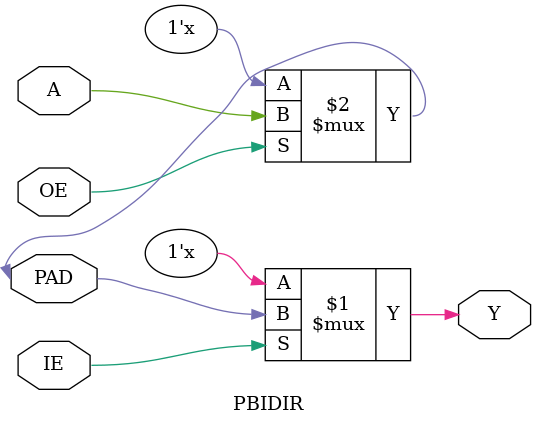
<source format=v>
module PBIDIR(PAD,Y,A,IE,OE);
input A;
input IE,OE;
output Y;
inout PAD;
bufif1 g1(Y,PAD,IE);
bufif1 g2(PAD,A,OE);
endmodule



</source>
